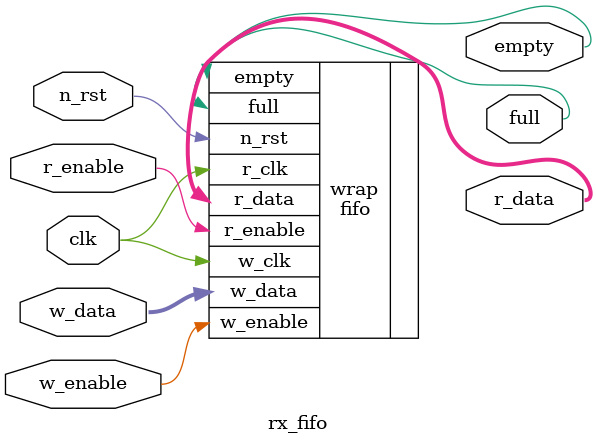
<source format=sv>
module rx_fifo (
  input wire clk,
  input wire n_rst,
  input wire r_enable,
  input wire w_enable, 
  input wire [7:0] w_data, 
  output wire [7:0] r_data, 
  output wire empty, 
  output wire full
);


  fifo wrap(
    .r_clk(clk),
    .w_clk(clk),
    .n_rst(n_rst),
    .r_enable(r_enable), 
    .w_enable(w_enable), 
    .w_data(w_data), 
    .r_data(r_data), 
    .empty(empty), 
    .full(full)
  );

endmodule
</source>
